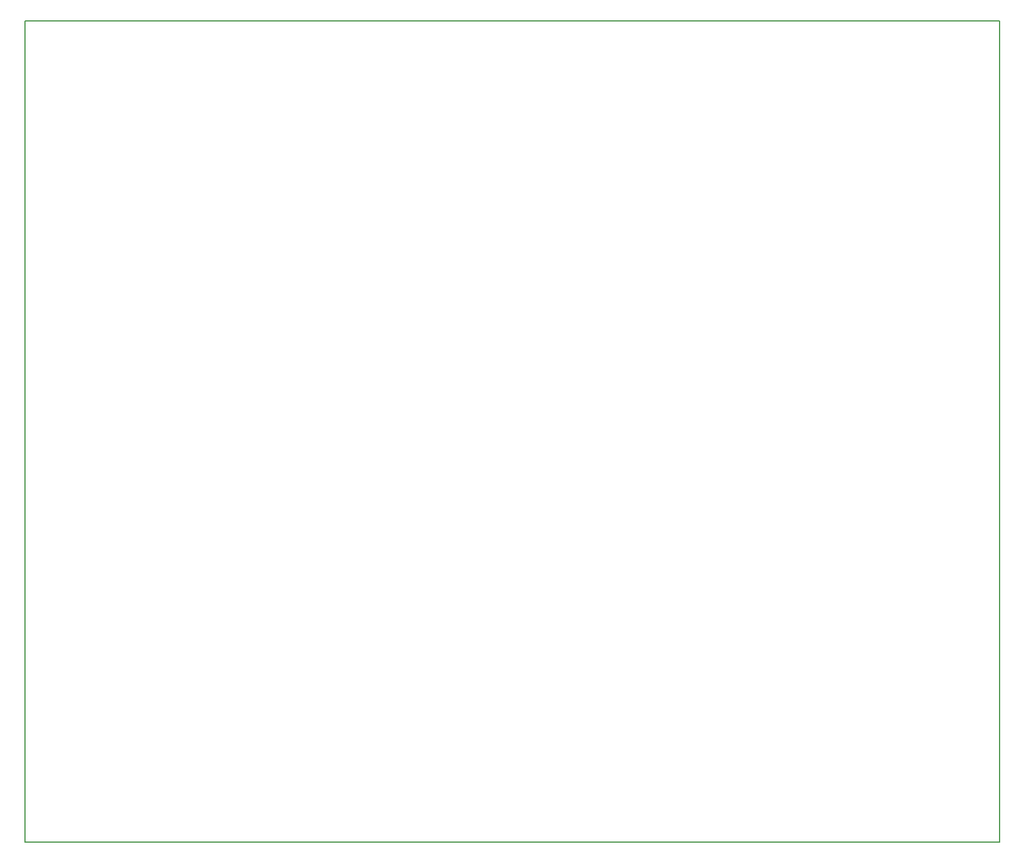
<source format=gbr>
%TF.GenerationSoftware,KiCad,Pcbnew,7.0.10*%
%TF.CreationDate,2024-01-24T08:03:13+07:00*%
%TF.ProjectId,QMTech-MiSTeX,514d5465-6368-42d4-9d69-535465582e6b,rev?*%
%TF.SameCoordinates,Original*%
%TF.FileFunction,Profile,NP*%
%FSLAX46Y46*%
G04 Gerber Fmt 4.6, Leading zero omitted, Abs format (unit mm)*
G04 Created by KiCad (PCBNEW 7.0.10) date 2024-01-24 08:03:13*
%MOMM*%
%LPD*%
G01*
G04 APERTURE LIST*
%TA.AperFunction,Profile*%
%ADD10C,0.150000*%
%TD*%
G04 APERTURE END LIST*
D10*
X95732600Y-36499800D02*
X237693200Y-36499800D01*
X237693200Y-156184600D01*
X95732600Y-156184600D01*
X95732600Y-36499800D01*
M02*

</source>
